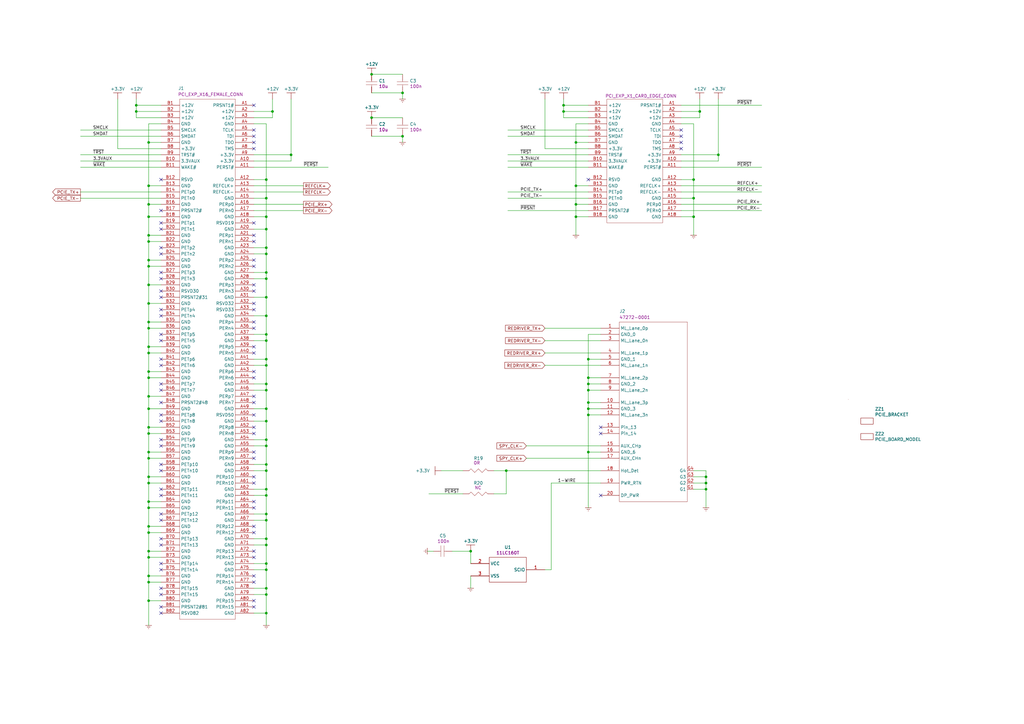
<source format=kicad_sch>
(kicad_sch (version 20200714) (host eeschema "5.99.0-unknown-9a801d8~102~ubuntu18.04.1")
  (page 3 5)
  (paper "A3")
  (title_block (title "EDSCH0003-V1") (date "07/10/2019") (rev "A") (company "ELLSAH DESIGN"))
  (lib_symbols
    (symbol "CONNECTEUR:DISPLAY_PORT" (pin_names (offset 0.508))
      (property "Reference" "J" (at 0 2.286 0))
      (property "Field4" "47272-0001" (at 0.508 -74.93 0))
      (symbol "DISPLAY_PORT_0_0"
        (pin passive line (at -7.62 -55.88 0) (length 7.62) (name "AUX_CHn") (number "17"))
        (pin passive line (at -7.62 -50.8 0) (length 7.62) (name "AUX_CHp") (number "15"))
        (pin passive line (at -7.62 -71.12 0) (length 7.62) (name "DP_PWR") (number "20"))
        (pin passive line (at 30.48 -68.58 180) (length 2.54) (name "G1") (number "G1"))
        (pin passive line (at 30.48 -66.04 180) (length 2.54) (name "G2") (number "G2"))
        (pin passive line (at 30.48 -63.5 180) (length 2.54) (name "G3") (number "G3"))
        (pin passive line (at 30.48 -60.96 180) (length 2.54) (name "G4") (number "G4"))
        (pin passive line (at -7.62 -5.08 0) (length 7.62) (name "GND_0") (number "2"))
        (pin passive line (at -7.62 -15.24 0) (length 7.62) (name "GND_1") (number "5"))
        (pin passive line (at -7.62 -25.4 0) (length 7.62) (name "GND_2") (number "8"))
        (pin passive line (at -7.62 -35.56 0) (length 7.62) (name "GND_3") (number "11"))
        (pin passive line (at -7.62 -53.34 0) (length 7.62) (name "GND_6") (number "16"))
        (pin passive line (at -7.62 -60.96 0) (length 7.62) (name "Hot_Det") (number "18"))
        (pin passive line (at -7.62 -7.62 0) (length 7.62) (name "ML_Lane_0n") (number "3"))
        (pin passive line (at -7.62 -2.54 0) (length 7.62) (name "ML_Lane_0p") (number "1"))
        (pin passive line (at -7.62 -17.78 0) (length 7.62) (name "ML_Lane_1n") (number "6"))
        (pin passive line (at -7.62 -12.7 0) (length 7.62) (name "ML_Lane_1p") (number "4"))
        (pin passive line (at -7.62 -27.94 0) (length 7.62) (name "ML_Lane_2n") (number "9"))
        (pin passive line (at -7.62 -22.86 0) (length 7.62) (name "ML_Lane_2p") (number "7"))
        (pin passive line (at -7.62 -38.1 0) (length 7.62) (name "ML_Lane_3n") (number "12"))
        (pin passive line (at -7.62 -33.02 0) (length 7.62) (name "ML_Lane_3p") (number "10"))
        (pin passive line (at -7.62 -66.04 0) (length 7.62) (name "PWR_RTN") (number "19"))
        (pin passive line (at -7.62 -43.18 0) (length 7.62) (name "Pin_13") (number "13"))
        (pin passive line (at -7.62 -45.72 0) (length 7.62) (name "Pin_14") (number "14"))
      )
    )
    (symbol "C_0402:C100N_16V_0402" (pin_numbers hide) (pin_names (offset 0.508) hide)
      (property "Reference" "C" (at 5.08 2.286 0))
      (property "Field4" "100n" (at 5.08 -0.254 0))
      (symbol "C100N_16V_0402_0_0"
        (pin passive line (at 2.54 2.54 270) (length 2.54) (name "1") (number "1"))
        (pin passive line (at 2.54 -5.08 90) (length 2.54) (name "2") (number "2"))
      )
    )
    (symbol "C_1206:C10U_50V_1206" (pin_numbers hide) (pin_names (offset 0.508) hide)
      (property "Reference" "C" (at 2.54 2.286 0))
      (property "Field4" "10u" (at 2.54 -2.794 0))
      (symbol "C10U_50V_1206_0_0"
        (pin passive line (at 2.54 2.54 270) (length 2.54) (name "1") (number "1"))
        (pin passive line (at 2.54 -5.08 90) (length 2.54) (name "2") (number "2"))
      )
    )
    (symbol "EDSCH0003-V2-A-rescue:+12V-MISC_KiCAD" (power) (pin_numbers hide) (pin_names (offset 0) hide)
      (property "Value" "+12V-MISC_KiCAD" (at 0 3.556 0))
      (symbol "+12V-MISC_KiCAD_1_1"
        (pin power_in line (at 0 0 90) (length 0) hide (name "+12V") (number "1"))
      )
    )
    (symbol "EDSCH0003-V2-A-rescue:+3.3V-MISC_KiCAD" (power) (pin_numbers hide) (pin_names (offset 0) hide)
      (property "Value" "+3.3V-MISC_KiCAD" (at 0 3.556 0))
      (symbol "+3.3V-MISC_KiCAD_1_1"
        (pin power_in line (at 0 0 90) (length 0) hide (name "+3.3V") (number "1"))
      )
    )
    (symbol "EDSCH0003-V2-A-rescue:EEPROM_1WIRE_2Kx8_11LC160T-analyzer" (pin_names (offset 0.508))
      (property "Reference" "U" (at 0.762 6.858 0))
      (property "Value" "EEPROM_1WIRE_2Kx8_11LC160T-analyzer" (at 8.89 -9.525 0))
      (property "Field4" "11LC160T" (at 4.826 4.064 0))
      (symbol "EEPROM_1WIRE_2Kx8_11LC160T-analyzer_1_1"
        (pin bidirectional line (at 22.86 -2.54 180) (length 7.62) (name "SCIO") (number "1"))
        (pin power_in line (at -7.62 0 0) (length 7.62) (name "VCC") (number "2"))
        (pin power_in line (at -7.62 -5.08 0) (length 7.62) (name "VSS") (number "3"))
      )
    )
    (symbol "EDSCH0003-V2-A-rescue:GND-MISC_KiCAD" (power) (pin_numbers hide) (pin_names (offset 0) hide)
      (symbol "GND-MISC_KiCAD_1_1"
        (pin power_in line (at 0 0 270) (length 0) hide (name "GND") (number "1"))
      )
    )
    (symbol "EDSCH0003-V2-A-rescue:PCIEXP_X16_EDGE_MOUNT_CONN-analyzer" (pin_names (offset 0.508))
      (property "Reference" "J" (at 2.54 3.302 0))
      (property "Field4" "PCI_EXP_X16_FEMALE_CONN" (at -2.54 -216.154 0))
      (symbol "PCIEXP_X16_EDGE_MOUNT_CONN-analyzer_0_0"
        (pin passive line (at 30.48 -2.54 180) (length 7.62) (name "PRSNT1#") (number "A1"))
        (pin power_in line (at 30.48 -25.4 180) (length 7.62) (name "+3.3V") (number "A10"))
        (pin input line (at 30.48 -27.94 180) (length 7.62) (name "PERST#") (number "A11"))
        (pin power_in line (at 30.48 -33.02 180) (length 7.62) (name "GND") (number "A12"))
        (pin input line (at 30.48 -35.56 180) (length 7.62) (name "REFCLK+") (number "A13"))
        (pin input line (at 30.48 -38.1 180) (length 7.62) (name "REFCLK-") (number "A14"))
        (pin power_in line (at 30.48 -40.64 180) (length 7.62) (name "GND") (number "A15"))
        (pin output line (at 30.48 -43.18 180) (length 7.62) (name "PERp0") (number "A16"))
        (pin output line (at 30.48 -45.72 180) (length 7.62) (name "PERn0") (number "A17"))
        (pin power_in line (at 30.48 -48.26 180) (length 7.62) (name "GND") (number "A18"))
        (pin passive line (at 30.48 -50.8 180) (length 7.62) (name "RSVD19") (number "A19"))
        (pin power_in line (at 30.48 -5.08 180) (length 7.62) (name "+12V") (number "A2"))
        (pin power_in line (at 30.48 -53.34 180) (length 7.62) (name "GND") (number "A20"))
        (pin output line (at 30.48 -55.88 180) (length 7.62) (name "PERp1") (number "A21"))
        (pin output line (at 30.48 -58.42 180) (length 7.62) (name "PERn1") (number "A22"))
        (pin power_in line (at 30.48 -60.96 180) (length 7.62) (name "GND") (number "A23"))
        (pin power_in line (at 30.48 -63.5 180) (length 7.62) (name "GND") (number "A24"))
        (pin output line (at 30.48 -66.04 180) (length 7.62) (name "PERp2") (number "A25"))
        (pin output line (at 30.48 -68.58 180) (length 7.62) (name "PERn2") (number "A26"))
        (pin power_in line (at 30.48 -71.12 180) (length 7.62) (name "GND") (number "A27"))
        (pin power_in line (at 30.48 -73.66 180) (length 7.62) (name "GND") (number "A28"))
        (pin output line (at 30.48 -76.2 180) (length 7.62) (name "PERp3") (number "A29"))
        (pin power_in line (at 30.48 -7.62 180) (length 7.62) (name "+12V") (number "A3"))
        (pin output line (at 30.48 -78.74 180) (length 7.62) (name "PERn3") (number "A30"))
        (pin power_in line (at 30.48 -81.28 180) (length 7.62) (name "GND") (number "A31"))
        (pin passive line (at 30.48 -83.82 180) (length 7.62) (name "RSVD32") (number "A32"))
        (pin passive line (at 30.48 -86.36 180) (length 7.62) (name "RSVD33") (number "A33"))
        (pin power_in line (at 30.48 -88.9 180) (length 7.62) (name "GND") (number "A34"))
        (pin output line (at 30.48 -91.44 180) (length 7.62) (name "PERp4") (number "A35"))
        (pin output line (at 30.48 -93.98 180) (length 7.62) (name "PERn4") (number "A36"))
        (pin power_in line (at 30.48 -96.52 180) (length 7.62) (name "GND") (number "A37"))
        (pin power_in line (at 30.48 -99.06 180) (length 7.62) (name "GND") (number "A38"))
        (pin output line (at 30.48 -101.6 180) (length 7.62) (name "PERp5") (number "A39"))
        (pin power_in line (at 30.48 -10.16 180) (length 7.62) (name "GND") (number "A4"))
        (pin output line (at 30.48 -104.14 180) (length 7.62) (name "PERn5") (number "A40"))
        (pin power_in line (at 30.48 -106.68 180) (length 7.62) (name "GND") (number "A41"))
        (pin power_in line (at 30.48 -109.22 180) (length 7.62) (name "GND") (number "A42"))
        (pin output line (at 30.48 -111.76 180) (length 7.62) (name "PERp6") (number "A43"))
        (pin output line (at 30.48 -114.3 180) (length 7.62) (name "PERn6") (number "A44"))
        (pin power_in line (at 30.48 -116.84 180) (length 7.62) (name "GND") (number "A45"))
        (pin power_in line (at 30.48 -119.38 180) (length 7.62) (name "GND") (number "A46"))
        (pin output line (at 30.48 -121.92 180) (length 7.62) (name "PERp7") (number "A47"))
        (pin output line (at 30.48 -124.46 180) (length 7.62) (name "PERn7") (number "A48"))
        (pin power_in line (at 30.48 -127 180) (length 7.62) (name "GND") (number "A49"))
        (pin input line (at 30.48 -12.7 180) (length 7.62) (name "TCLK") (number "A5"))
        (pin passive line (at 30.48 -129.54 180) (length 7.62) (name "RSVD50") (number "A50"))
        (pin power_in line (at 30.48 -132.08 180) (length 7.62) (name "GND") (number "A51"))
        (pin output line (at 30.48 -134.62 180) (length 7.62) (name "PERp8") (number "A52"))
        (pin output line (at 30.48 -137.16 180) (length 7.62) (name "PERn8") (number "A53"))
        (pin power_in line (at 30.48 -139.7 180) (length 7.62) (name "GND") (number "A54"))
        (pin power_in line (at 30.48 -142.24 180) (length 7.62) (name "GND") (number "A55"))
        (pin output line (at 30.48 -144.78 180) (length 7.62) (name "PERp9") (number "A56"))
        (pin output line (at 30.48 -147.32 180) (length 7.62) (name "PERn9") (number "A57"))
        (pin power_in line (at 30.48 -149.86 180) (length 7.62) (name "GND") (number "A58"))
        (pin power_in line (at 30.48 -152.4 180) (length 7.62) (name "GND") (number "A59"))
        (pin input line (at 30.48 -15.24 180) (length 7.62) (name "TDI") (number "A6"))
        (pin output line (at 30.48 -154.94 180) (length 7.62) (name "PERp10") (number "A60"))
        (pin output line (at 30.48 -157.48 180) (length 7.62) (name "PERn10") (number "A61"))
        (pin power_in line (at 30.48 -160.02 180) (length 7.62) (name "GND") (number "A62"))
        (pin power_in line (at 30.48 -162.56 180) (length 7.62) (name "GND") (number "A63"))
        (pin output line (at 30.48 -165.1 180) (length 7.62) (name "PERp11") (number "A64"))
        (pin output line (at 30.48 -167.64 180) (length 7.62) (name "PERn11") (number "A65"))
        (pin power_in line (at 30.48 -170.18 180) (length 7.62) (name "GND") (number "A66"))
        (pin power_in line (at 30.48 -172.72 180) (length 7.62) (name "GND") (number "A67"))
        (pin output line (at 30.48 -175.26 180) (length 7.62) (name "PERp12") (number "A68"))
        (pin output line (at 30.48 -177.8 180) (length 7.62) (name "PERn12") (number "A69"))
        (pin output line (at 30.48 -17.78 180) (length 7.62) (name "TDO") (number "A7"))
        (pin power_in line (at 30.48 -180.34 180) (length 7.62) (name "GND") (number "A70"))
        (pin power_in line (at 30.48 -182.88 180) (length 7.62) (name "GND") (number "A71"))
        (pin output line (at 30.48 -185.42 180) (length 7.62) (name "PERp13") (number "A72"))
        (pin output line (at 30.48 -187.96 180) (length 7.62) (name "PERn13") (number "A73"))
        (pin power_in line (at 30.48 -190.5 180) (length 7.62) (name "GND") (number "A74"))
        (pin power_in line (at 30.48 -193.04 180) (length 7.62) (name "GND") (number "A75"))
        (pin output line (at 30.48 -195.58 180) (length 7.62) (name "PERp14") (number "A76"))
        (pin output line (at 30.48 -198.12 180) (length 7.62) (name "PERn14") (number "A77"))
        (pin power_in line (at 30.48 -200.66 180) (length 7.62) (name "GND") (number "A78"))
        (pin power_in line (at 30.48 -203.2 180) (length 7.62) (name "GND") (number "A79"))
        (pin input line (at 30.48 -20.32 180) (length 7.62) (name "TMS") (number "A8"))
        (pin output line (at 30.48 -205.74 180) (length 7.62) (name "PERp15") (number "A80"))
        (pin output line (at 30.48 -208.28 180) (length 7.62) (name "PERn15") (number "A81"))
        (pin power_in line (at 30.48 -210.82 180) (length 7.62) (name "GND") (number "A82"))
        (pin power_in line (at 30.48 -22.86 180) (length 7.62) (name "+3.3V") (number "A9"))
        (pin power_in line (at -7.62 -2.54 0) (length 7.62) (name "+12V") (number "B1"))
        (pin passive line (at -7.62 -25.4 0) (length 7.62) (name "3.3VAUX") (number "B10"))
        (pin passive line (at -7.62 -27.94 0) (length 7.62) (name "WAKE#") (number "B11"))
        (pin passive line (at -7.62 -33.02 0) (length 7.62) (name "RSVD") (number "B12"))
        (pin power_in line (at -7.62 -35.56 0) (length 7.62) (name "GND") (number "B13"))
        (pin input line (at -7.62 -38.1 0) (length 7.62) (name "PETp0") (number "B14"))
        (pin input line (at -7.62 -40.64 0) (length 7.62) (name "PETn0") (number "B15"))
        (pin power_in line (at -7.62 -43.18 0) (length 7.62) (name "GND") (number "B16"))
        (pin passive line (at -7.62 -45.72 0) (length 7.62) (name "PRSNT2#") (number "B17"))
        (pin power_in line (at -7.62 -48.26 0) (length 7.62) (name "GND") (number "B18"))
        (pin input line (at -7.62 -50.8 0) (length 7.62) (name "PETp1") (number "B19"))
        (pin power_in line (at -7.62 -5.08 0) (length 7.62) (name "+12V") (number "B2"))
        (pin input line (at -7.62 -53.34 0) (length 7.62) (name "PETn1") (number "B20"))
        (pin power_in line (at -7.62 -55.88 0) (length 7.62) (name "GND") (number "B21"))
        (pin power_in line (at -7.62 -58.42 0) (length 7.62) (name "GND") (number "B22"))
        (pin input line (at -7.62 -60.96 0) (length 7.62) (name "PETp2") (number "B23"))
        (pin input line (at -7.62 -63.5 0) (length 7.62) (name "PETn2") (number "B24"))
        (pin power_in line (at -7.62 -66.04 0) (length 7.62) (name "GND") (number "B25"))
        (pin power_in line (at -7.62 -68.58 0) (length 7.62) (name "GND") (number "B26"))
        (pin input line (at -7.62 -71.12 0) (length 7.62) (name "PETp3") (number "B27"))
        (pin input line (at -7.62 -73.66 0) (length 7.62) (name "PETn3") (number "B28"))
        (pin power_in line (at -7.62 -76.2 0) (length 7.62) (name "GND") (number "B29"))
        (pin power_in line (at -7.62 -7.62 0) (length 7.62) (name "+12V") (number "B3"))
        (pin passive line (at -7.62 -78.74 0) (length 7.62) (name "RSVD30") (number "B30"))
        (pin passive line (at -7.62 -81.28 0) (length 7.62) (name "PRSNT2#31") (number "B31"))
        (pin power_in line (at -7.62 -83.82 0) (length 7.62) (name "GND") (number "B32"))
        (pin input line (at -7.62 -86.36 0) (length 7.62) (name "PETp4") (number "B33"))
        (pin input line (at -7.62 -88.9 0) (length 7.62) (name "PETn4") (number "B34"))
        (pin power_in line (at -7.62 -91.44 0) (length 7.62) (name "GND") (number "B35"))
        (pin power_in line (at -7.62 -93.98 0) (length 7.62) (name "GND") (number "B36"))
        (pin input line (at -7.62 -96.52 0) (length 7.62) (name "PETp5") (number "B37"))
        (pin input line (at -7.62 -99.06 0) (length 7.62) (name "PETn5") (number "B38"))
        (pin power_in line (at -7.62 -101.6 0) (length 7.62) (name "GND") (number "B39"))
        (pin power_in line (at -7.62 -10.16 0) (length 7.62) (name "GND") (number "B4"))
        (pin power_in line (at -7.62 -104.14 0) (length 7.62) (name "GND") (number "B40"))
        (pin input line (at -7.62 -106.68 0) (length 7.62) (name "PETp6") (number "B41"))
        (pin input line (at -7.62 -109.22 0) (length 7.62) (name "PETn6") (number "B42"))
        (pin power_in line (at -7.62 -111.76 0) (length 7.62) (name "GND") (number "B43"))
        (pin power_in line (at -7.62 -114.3 0) (length 7.62) (name "GND") (number "B44"))
        (pin input line (at -7.62 -116.84 0) (length 7.62) (name "PETp7") (number "B45"))
        (pin input line (at -7.62 -119.38 0) (length 7.62) (name "PETn7") (number "B46"))
        (pin power_in line (at -7.62 -121.92 0) (length 7.62) (name "GND") (number "B47"))
        (pin passive line (at -7.62 -124.46 0) (length 7.62) (name "PRSNT2#48") (number "B48"))
        (pin power_in line (at -7.62 -127 0) (length 7.62) (name "GND") (number "B49"))
        (pin passive line (at -7.62 -12.7 0) (length 7.62) (name "SMCLK") (number "B5"))
        (pin input line (at -7.62 -129.54 0) (length 7.62) (name "PETp8") (number "B50"))
        (pin input line (at -7.62 -132.08 0) (length 7.62) (name "PETn8") (number "B51"))
        (pin power_in line (at -7.62 -134.62 0) (length 7.62) (name "GND") (number "B52"))
        (pin power_in line (at -7.62 -137.16 0) (length 7.62) (name "GND") (number "B53"))
        (pin input line (at -7.62 -139.7 0) (length 7.62) (name "PETp9") (number "B54"))
        (pin input line (at -7.62 -142.24 0) (length 7.62) (name "PETn9") (number "B55"))
        (pin power_in line (at -7.62 -144.78 0) (length 7.62) (name "GND") (number "B56"))
        (pin power_in line (at -7.62 -147.32 0) (length 7.62) (name "GND") (number "B57"))
        (pin input line (at -7.62 -149.86 0) (length 7.62) (name "PETp10") (number "B58"))
        (pin input line (at -7.62 -152.4 0) (length 7.62) (name "PETn10") (number "B59"))
        (pin passive line (at -7.62 -15.24 0) (length 7.62) (name "SMDAT") (number "B6"))
        (pin power_in line (at -7.62 -154.94 0) (length 7.62) (name "GND") (number "B60"))
        (pin power_in line (at -7.62 -157.48 0) (length 7.62) (name "GND") (number "B61"))
        (pin input line (at -7.62 -160.02 0) (length 7.62) (name "PETp11") (number "B62"))
        (pin input line (at -7.62 -162.56 0) (length 7.62) (name "PETn11") (number "B63"))
        (pin power_in line (at -7.62 -165.1 0) (length 7.62) (name "GND") (number "B64"))
        (pin power_in line (at -7.62 -167.64 0) (length 7.62) (name "GND") (number "B65"))
        (pin input line (at -7.62 -170.18 0) (length 7.62) (name "PETp12") (number "B66"))
        (pin input line (at -7.62 -172.72 0) (length 7.62) (name "PETn12") (number "B67"))
        (pin power_in line (at -7.62 -175.26 0) (length 7.62) (name "GND") (number "B68"))
        (pin power_in line (at -7.62 -177.8 0) (length 7.62) (name "GND") (number "B69"))
        (pin power_in line (at -7.62 -17.78 0) (length 7.62) (name "GND") (number "B7"))
        (pin input line (at -7.62 -180.34 0) (length 7.62) (name "PETp13") (number "B70"))
        (pin input line (at -7.62 -182.88 0) (length 7.62) (name "PETn13") (number "B71"))
        (pin power_in line (at -7.62 -185.42 0) (length 7.62) (name "GND") (number "B72"))
        (pin power_in line (at -7.62 -187.96 0) (length 7.62) (name "GND") (number "B73"))
        (pin input line (at -7.62 -190.5 0) (length 7.62) (name "PETp14") (number "B74"))
        (pin input line (at -7.62 -193.04 0) (length 7.62) (name "PETn14") (number "B75"))
        (pin power_in line (at -7.62 -195.58 0) (length 7.62) (name "GND") (number "B76"))
        (pin power_in line (at -7.62 -198.12 0) (length 7.62) (name "GND") (number "B77"))
        (pin input line (at -7.62 -200.66 0) (length 7.62) (name "PETp15") (number "B78"))
        (pin input line (at -7.62 -203.2 0) (length 7.62) (name "PETn15") (number "B79"))
        (pin power_in line (at -7.62 -20.32 0) (length 7.62) (name "+3.3V") (number "B8"))
        (pin power_in line (at -7.62 -205.74 0) (length 7.62) (name "GND") (number "B80"))
        (pin passive line (at -7.62 -208.28 0) (length 7.62) (name "PRSNT2#81") (number "B81"))
        (pin passive line (at -7.62 -210.82 0) (length 7.62) (name "RSVD82") (number "B82"))
        (pin input line (at -7.62 -22.86 0) (length 7.62) (name "TRST#") (number "B9"))
      )
    )
    (symbol "EDSCH0003-V2-A-rescue:PCIEXP_X1_CARD_EDGE-analyzer" (pin_names (offset 0.508))
      (property "Reference" "P" (at 2.54 3.302 0))
      (property "Field4" "PCI_EXP_X1_CARD_EDGE_CONN" (at -5.08 -51.054 0))
      (symbol "PCIEXP_X1_CARD_EDGE-analyzer_0_0"
        (pin passive line (at 30.48 -2.54 180) (length 7.62) (name "PRSNT1#") (number "A1"))
        (pin power_in line (at 30.48 -25.4 180) (length 7.62) (name "+3.3V") (number "A10"))
        (pin output line (at 30.48 -27.94 180) (length 7.62) (name "PERST#") (number "A11"))
        (pin power_in line (at 30.48 -33.02 180) (length 7.62) (name "GND") (number "A12"))
        (pin output line (at 30.48 -35.56 180) (length 7.62) (name "REFCLK+") (number "A13"))
        (pin output line (at 30.48 -38.1 180) (length 7.62) (name "REFCLK-") (number "A14"))
        (pin power_in line (at 30.48 -40.64 180) (length 7.62) (name "GND") (number "A15"))
        (pin input line (at 30.48 -43.18 180) (length 7.62) (name "PERp0") (number "A16"))
        (pin input line (at 30.48 -45.72 180) (length 7.62) (name "PERn0") (number "A17"))
        (pin power_in line (at 30.48 -48.26 180) (length 7.62) (name "GND") (number "A18"))
        (pin power_in line (at 30.48 -5.08 180) (length 7.62) (name "+12V") (number "A2"))
        (pin power_in line (at 30.48 -7.62 180) (length 7.62) (name "+12V") (number "A3"))
        (pin power_in line (at 30.48 -10.16 180) (length 7.62) (name "GND") (number "A4"))
        (pin output line (at 30.48 -12.7 180) (length 7.62) (name "TCLK") (number "A5"))
        (pin output line (at 30.48 -15.24 180) (length 7.62) (name "TDI") (number "A6"))
        (pin input line (at 30.48 -17.78 180) (length 7.62) (name "TDO") (number "A7"))
        (pin output line (at 30.48 -20.32 180) (length 7.62) (name "TMS") (number "A8"))
        (pin power_in line (at 30.48 -22.86 180) (length 7.62) (name "+3.3V") (number "A9"))
        (pin power_in line (at -7.62 -2.54 0) (length 7.62) (name "+12V") (number "B1"))
        (pin passive line (at -7.62 -25.4 0) (length 7.62) (name "3.3VAUX") (number "B10"))
        (pin passive line (at -7.62 -27.94 0) (length 7.62) (name "WAKE#") (number "B11"))
        (pin passive line (at -7.62 -33.02 0) (length 7.62) (name "RSVD") (number "B12"))
        (pin power_in line (at -7.62 -35.56 0) (length 7.62) (name "GND") (number "B13"))
        (pin output line (at -7.62 -38.1 0) (length 7.62) (name "PETp0") (number "B14"))
        (pin output line (at -7.62 -40.64 0) (length 7.62) (name "PETn0") (number "B15"))
        (pin power_in line (at -7.62 -43.18 0) (length 7.62) (name "GND") (number "B16"))
        (pin passive line (at -7.62 -45.72 0) (length 7.62) (name "PRSNT2#") (number "B17"))
        (pin power_in line (at -7.62 -48.26 0) (length 7.62) (name "GND") (number "B18"))
        (pin power_in line (at -7.62 -5.08 0) (length 7.62) (name "+12V") (number "B2"))
        (pin power_in line (at -7.62 -7.62 0) (length 7.62) (name "+12V") (number "B3"))
        (pin power_in line (at -7.62 -10.16 0) (length 7.62) (name "GND") (number "B4"))
        (pin passive line (at -7.62 -12.7 0) (length 7.62) (name "SMCLK") (number "B5"))
        (pin passive line (at -7.62 -15.24 0) (length 7.62) (name "SMDAT") (number "B6"))
        (pin power_in line (at -7.62 -17.78 0) (length 7.62) (name "GND") (number "B7"))
        (pin power_in line (at -7.62 -20.32 0) (length 7.62) (name "+3.3V") (number "B8"))
        (pin output line (at -7.62 -22.86 0) (length 7.62) (name "TRST#") (number "B9"))
      )
    )
    (symbol "EDSCH0003-V2-A-rescue:PCIE_BOARD_MODEL-analyzer" (pin_names (offset 0))
      (property "Reference" "ZZ" (at 0 0 0))
      (property "Value" "PCIE_BOARD_MODEL-analyzer" (at 0 -2.54 0))
    )
    (symbol "EDSCH0003-V2-A-rescue:PCIE_BRACKET-analyzer" (pin_names (offset 0))
      (property "Reference" "ZZ" (at 0 0 0))
      (property "Value" "PCIE_BRACKET-analyzer" (at 0 -2.54 0))
    )
    (symbol "EDSCH0003-V2-A-rescue:R0R_5%_0402-analyzer" (pin_numbers hide) (pin_names (offset 0.508) hide)
      (property "Reference" "R" (at 5.08 -0.254 0))
      (property "Field4" "0R" (at 5.08 -2.794 0))
      (symbol "R0R_5%_0402-analyzer_0_0"
        (pin passive line (at 2.54 2.54 270) (length 2.54) (name "1") (number "1"))
        (pin passive line (at 2.54 -10.16 90) (length 2.54) (name "2") (number "2"))
      )
    )
    (symbol "EDSCH0003-V2-A-rescue:R_NC_0402-analyzer" (pin_numbers hide) (pin_names (offset 0.508) hide)
      (property "Reference" "R" (at 5.08 -0.254 0))
      (property "Field4" "NC" (at 5.08 -2.794 0))
      (symbol "R_NC_0402-analyzer_0_0"
        (pin passive line (at 2.54 2.54 270) (length 2.54) (name "1") (number "1"))
        (pin passive line (at 2.54 -10.16 90) (length 2.54) (name "2") (number "2"))
      )
    )
  )
  (junction (at 55.88 43.18))
  (junction (at 55.88 45.72))
  (junction (at 60.96 58.42))
  (junction (at 60.96 76.2))
  (junction (at 60.96 83.82))
  (junction (at 60.96 88.9))
  (junction (at 60.96 96.52))
  (junction (at 60.96 99.06))
  (junction (at 60.96 106.68))
  (junction (at 60.96 109.22))
  (junction (at 60.96 116.84))
  (junction (at 60.96 124.46))
  (junction (at 60.96 132.08))
  (junction (at 60.96 134.62))
  (junction (at 60.96 142.24))
  (junction (at 60.96 144.78))
  (junction (at 60.96 152.4))
  (junction (at 60.96 154.94))
  (junction (at 60.96 162.56))
  (junction (at 60.96 167.64))
  (junction (at 60.96 175.26))
  (junction (at 60.96 177.8))
  (junction (at 60.96 185.42))
  (junction (at 60.96 187.96))
  (junction (at 60.96 195.58))
  (junction (at 60.96 198.12))
  (junction (at 60.96 205.74))
  (junction (at 60.96 208.28))
  (junction (at 60.96 215.9))
  (junction (at 60.96 218.44))
  (junction (at 60.96 226.06))
  (junction (at 60.96 228.6))
  (junction (at 60.96 236.22))
  (junction (at 60.96 238.76))
  (junction (at 60.96 246.38))
  (junction (at 109.22 73.66))
  (junction (at 109.22 81.28))
  (junction (at 109.22 88.9))
  (junction (at 109.22 93.98))
  (junction (at 109.22 101.6))
  (junction (at 109.22 104.14))
  (junction (at 109.22 111.76))
  (junction (at 109.22 114.3))
  (junction (at 109.22 121.92))
  (junction (at 109.22 129.54))
  (junction (at 109.22 137.16))
  (junction (at 109.22 139.7))
  (junction (at 109.22 147.32))
  (junction (at 109.22 149.86))
  (junction (at 109.22 157.48))
  (junction (at 109.22 160.02))
  (junction (at 109.22 167.64))
  (junction (at 109.22 172.72))
  (junction (at 109.22 180.34))
  (junction (at 109.22 182.88))
  (junction (at 109.22 190.5))
  (junction (at 109.22 193.04))
  (junction (at 109.22 200.66))
  (junction (at 109.22 203.2))
  (junction (at 109.22 210.82))
  (junction (at 109.22 213.36))
  (junction (at 109.22 220.98))
  (junction (at 109.22 223.52))
  (junction (at 109.22 231.14))
  (junction (at 109.22 233.68))
  (junction (at 109.22 241.3))
  (junction (at 109.22 243.84))
  (junction (at 109.22 251.46))
  (junction (at 111.76 45.72))
  (junction (at 119.38 63.5))
  (junction (at 152.4 30.48))
  (junction (at 152.4 48.26))
  (junction (at 165.1 38.1))
  (junction (at 165.1 55.88))
  (junction (at 193.04 226.06))
  (junction (at 207.645 193.04))
  (junction (at 231.14 43.18))
  (junction (at 231.14 45.72))
  (junction (at 236.22 58.42))
  (junction (at 236.22 76.2))
  (junction (at 236.22 83.82))
  (junction (at 236.22 88.9))
  (junction (at 241.3 147.32))
  (junction (at 241.3 154.94))
  (junction (at 241.3 157.48))
  (junction (at 241.3 160.02))
  (junction (at 241.3 165.1))
  (junction (at 241.3 167.64))
  (junction (at 241.3 170.18))
  (junction (at 241.3 185.42))
  (junction (at 284.48 73.66))
  (junction (at 284.48 81.28))
  (junction (at 284.48 88.9))
  (junction (at 287.02 45.72))
  (junction (at 289.56 195.58))
  (junction (at 289.56 198.12))
  (junction (at 289.56 200.66))
  (junction (at 294.64 63.5))
  (no_connect (at 246.38 203.2))
  (no_connect (at 66.04 251.46))
  (no_connect (at 104.14 154.94))
  (no_connect (at 104.14 99.06))
  (no_connect (at 104.14 218.44))
  (no_connect (at 104.14 55.88))
  (no_connect (at 66.04 157.48))
  (no_connect (at 104.14 43.18))
  (no_connect (at 104.14 91.44))
  (no_connect (at 104.14 106.68))
  (no_connect (at 66.04 233.68))
  (no_connect (at 104.14 142.24))
  (no_connect (at 104.14 109.22))
  (no_connect (at 104.14 198.12))
  (no_connect (at 66.04 127))
  (no_connect (at 104.14 187.96))
  (no_connect (at 66.04 121.92))
  (no_connect (at 104.14 248.92))
  (no_connect (at 66.04 104.14))
  (no_connect (at 104.14 228.6))
  (no_connect (at 279.4 58.42))
  (no_connect (at 104.14 127))
  (no_connect (at 66.04 182.88))
  (no_connect (at 104.14 236.22))
  (no_connect (at 241.3 73.66))
  (no_connect (at 246.38 175.26))
  (no_connect (at 104.14 208.28))
  (no_connect (at 104.14 226.06))
  (no_connect (at 104.14 124.46))
  (no_connect (at 66.04 241.3))
  (no_connect (at 66.04 160.02))
  (no_connect (at 66.04 223.52))
  (no_connect (at 66.04 86.36))
  (no_connect (at 66.04 190.5))
  (no_connect (at 66.04 114.3))
  (no_connect (at 66.04 203.2))
  (no_connect (at 66.04 231.14))
  (no_connect (at 104.14 116.84))
  (no_connect (at 279.4 55.88))
  (no_connect (at 104.14 215.9))
  (no_connect (at 66.04 93.98))
  (no_connect (at 104.14 175.26))
  (no_connect (at 104.14 144.78))
  (no_connect (at 104.14 185.42))
  (no_connect (at 66.04 119.38))
  (no_connect (at 104.14 60.96))
  (no_connect (at 66.04 220.98))
  (no_connect (at 66.04 137.16))
  (no_connect (at 66.04 101.6))
  (no_connect (at 66.04 243.84))
  (no_connect (at 66.04 73.66))
  (no_connect (at 279.4 60.96))
  (no_connect (at 104.14 238.76))
  (no_connect (at 66.04 170.18))
  (no_connect (at 66.04 248.92))
  (no_connect (at 66.04 91.44))
  (no_connect (at 66.04 210.82))
  (no_connect (at 104.14 165.1))
  (no_connect (at 104.14 132.08))
  (no_connect (at 66.04 129.54))
  (no_connect (at 104.14 205.74))
  (no_connect (at 104.14 246.38))
  (no_connect (at 66.04 200.66))
  (no_connect (at 246.38 177.8))
  (no_connect (at 104.14 134.62))
  (no_connect (at 66.04 165.1))
  (no_connect (at 104.14 195.58))
  (no_connect (at 66.04 180.34))
  (no_connect (at 104.14 119.38))
  (no_connect (at 104.14 96.52))
  (no_connect (at 104.14 177.8))
  (no_connect (at 66.04 213.36))
  (no_connect (at 104.14 53.34))
  (no_connect (at 66.04 193.04))
  (no_connect (at 104.14 58.42))
  (no_connect (at 66.04 149.86))
  (no_connect (at 66.04 172.72))
  (no_connect (at 279.4 53.34))
  (no_connect (at 66.04 147.32))
  (no_connect (at 104.14 152.4))
  (no_connect (at 104.14 162.56))
  (no_connect (at 66.04 139.7))
  (no_connect (at 104.14 170.18))
  (no_connect (at 66.04 111.76))
  (wire (pts (xy 48.26 40.64) (xy 48.26 60.96)))
  (wire (pts (xy 55.88 43.18) (xy 55.88 40.64)))
  (wire (pts (xy 55.88 45.72) (xy 55.88 43.18)))
  (wire (pts (xy 55.88 48.26) (xy 55.88 45.72)))
  (wire (pts (xy 60.96 50.8) (xy 60.96 58.42)))
  (wire (pts (xy 60.96 58.42) (xy 60.96 76.2)))
  (wire (pts (xy 60.96 58.42) (xy 66.04 58.42)))
  (wire (pts (xy 60.96 76.2) (xy 60.96 83.82)))
  (wire (pts (xy 60.96 83.82) (xy 60.96 88.9)))
  (wire (pts (xy 60.96 88.9) (xy 60.96 96.52)))
  (wire (pts (xy 60.96 96.52) (xy 60.96 99.06)))
  (wire (pts (xy 60.96 99.06) (xy 60.96 106.68)))
  (wire (pts (xy 60.96 106.68) (xy 60.96 109.22)))
  (wire (pts (xy 60.96 109.22) (xy 60.96 116.84)))
  (wire (pts (xy 60.96 116.84) (xy 60.96 124.46)))
  (wire (pts (xy 60.96 124.46) (xy 60.96 132.08)))
  (wire (pts (xy 60.96 132.08) (xy 60.96 134.62)))
  (wire (pts (xy 60.96 134.62) (xy 60.96 142.24)))
  (wire (pts (xy 60.96 142.24) (xy 60.96 144.78)))
  (wire (pts (xy 60.96 144.78) (xy 60.96 152.4)))
  (wire (pts (xy 60.96 152.4) (xy 60.96 154.94)))
  (wire (pts (xy 60.96 154.94) (xy 60.96 162.56)))
  (wire (pts (xy 60.96 162.56) (xy 60.96 167.64)))
  (wire (pts (xy 60.96 167.64) (xy 60.96 175.26)))
  (wire (pts (xy 60.96 175.26) (xy 60.96 177.8)))
  (wire (pts (xy 60.96 177.8) (xy 60.96 185.42)))
  (wire (pts (xy 60.96 185.42) (xy 60.96 187.96)))
  (wire (pts (xy 60.96 187.96) (xy 60.96 195.58)))
  (wire (pts (xy 60.96 195.58) (xy 60.96 198.12)))
  (wire (pts (xy 60.96 198.12) (xy 60.96 205.74)))
  (wire (pts (xy 60.96 205.74) (xy 60.96 208.28)))
  (wire (pts (xy 60.96 208.28) (xy 60.96 215.9)))
  (wire (pts (xy 60.96 215.9) (xy 60.96 218.44)))
  (wire (pts (xy 60.96 218.44) (xy 60.96 226.06)))
  (wire (pts (xy 60.96 226.06) (xy 60.96 228.6)))
  (wire (pts (xy 60.96 228.6) (xy 60.96 236.22)))
  (wire (pts (xy 60.96 236.22) (xy 60.96 238.76)))
  (wire (pts (xy 60.96 238.76) (xy 60.96 246.38)))
  (wire (pts (xy 60.96 246.38) (xy 60.96 256.54)))
  (wire (pts (xy 66.04 43.18) (xy 55.88 43.18)))
  (wire (pts (xy 66.04 45.72) (xy 55.88 45.72)))
  (wire (pts (xy 66.04 48.26) (xy 55.88 48.26)))
  (wire (pts (xy 66.04 50.8) (xy 60.96 50.8)))
  (wire (pts (xy 66.04 53.34) (xy 33.02 53.34)))
  (wire (pts (xy 66.04 55.88) (xy 33.02 55.88)))
  (wire (pts (xy 66.04 60.96) (xy 48.26 60.96)))
  (wire (pts (xy 66.04 63.5) (xy 33.02 63.5)))
  (wire (pts (xy 66.04 66.04) (xy 33.02 66.04)))
  (wire (pts (xy 66.04 68.58) (xy 33.02 68.58)))
  (wire (pts (xy 66.04 76.2) (xy 60.96 76.2)))
  (wire (pts (xy 66.04 78.74) (xy 33.02 78.74)))
  (wire (pts (xy 66.04 81.28) (xy 33.02 81.28)))
  (wire (pts (xy 66.04 83.82) (xy 60.96 83.82)))
  (wire (pts (xy 66.04 88.9) (xy 60.96 88.9)))
  (wire (pts (xy 66.04 96.52) (xy 60.96 96.52)))
  (wire (pts (xy 66.04 99.06) (xy 60.96 99.06)))
  (wire (pts (xy 66.04 106.68) (xy 60.96 106.68)))
  (wire (pts (xy 66.04 109.22) (xy 60.96 109.22)))
  (wire (pts (xy 66.04 116.84) (xy 60.96 116.84)))
  (wire (pts (xy 66.04 124.46) (xy 60.96 124.46)))
  (wire (pts (xy 66.04 132.08) (xy 60.96 132.08)))
  (wire (pts (xy 66.04 134.62) (xy 60.96 134.62)))
  (wire (pts (xy 66.04 142.24) (xy 60.96 142.24)))
  (wire (pts (xy 66.04 144.78) (xy 60.96 144.78)))
  (wire (pts (xy 66.04 152.4) (xy 60.96 152.4)))
  (wire (pts (xy 66.04 154.94) (xy 60.96 154.94)))
  (wire (pts (xy 66.04 162.56) (xy 60.96 162.56)))
  (wire (pts (xy 66.04 167.64) (xy 60.96 167.64)))
  (wire (pts (xy 66.04 175.26) (xy 60.96 175.26)))
  (wire (pts (xy 66.04 177.8) (xy 60.96 177.8)))
  (wire (pts (xy 66.04 185.42) (xy 60.96 185.42)))
  (wire (pts (xy 66.04 187.96) (xy 60.96 187.96)))
  (wire (pts (xy 66.04 195.58) (xy 60.96 195.58)))
  (wire (pts (xy 66.04 198.12) (xy 60.96 198.12)))
  (wire (pts (xy 66.04 205.74) (xy 60.96 205.74)))
  (wire (pts (xy 66.04 208.28) (xy 60.96 208.28)))
  (wire (pts (xy 66.04 215.9) (xy 60.96 215.9)))
  (wire (pts (xy 66.04 218.44) (xy 60.96 218.44)))
  (wire (pts (xy 66.04 226.06) (xy 60.96 226.06)))
  (wire (pts (xy 66.04 228.6) (xy 60.96 228.6)))
  (wire (pts (xy 66.04 236.22) (xy 60.96 236.22)))
  (wire (pts (xy 66.04 238.76) (xy 60.96 238.76)))
  (wire (pts (xy 66.04 246.38) (xy 60.96 246.38)))
  (wire (pts (xy 104.14 45.72) (xy 111.76 45.72)))
  (wire (pts (xy 104.14 48.26) (xy 111.76 48.26)))
  (wire (pts (xy 104.14 50.8) (xy 109.22 50.8)))
  (wire (pts (xy 104.14 63.5) (xy 119.38 63.5)))
  (wire (pts (xy 104.14 66.04) (xy 119.38 66.04)))
  (wire (pts (xy 104.14 68.58) (xy 134.62 68.58)))
  (wire (pts (xy 104.14 73.66) (xy 109.22 73.66)))
  (wire (pts (xy 104.14 78.74) (xy 124.46 78.74)))
  (wire (pts (xy 104.14 81.28) (xy 109.22 81.28)))
  (wire (pts (xy 104.14 86.36) (xy 124.46 86.36)))
  (wire (pts (xy 104.14 88.9) (xy 109.22 88.9)))
  (wire (pts (xy 104.14 93.98) (xy 109.22 93.98)))
  (wire (pts (xy 104.14 101.6) (xy 109.22 101.6)))
  (wire (pts (xy 104.14 104.14) (xy 109.22 104.14)))
  (wire (pts (xy 104.14 111.76) (xy 109.22 111.76)))
  (wire (pts (xy 104.14 114.3) (xy 109.22 114.3)))
  (wire (pts (xy 104.14 121.92) (xy 109.22 121.92)))
  (wire (pts (xy 104.14 129.54) (xy 109.22 129.54)))
  (wire (pts (xy 104.14 137.16) (xy 109.22 137.16)))
  (wire (pts (xy 104.14 139.7) (xy 109.22 139.7)))
  (wire (pts (xy 104.14 147.32) (xy 109.22 147.32)))
  (wire (pts (xy 104.14 149.86) (xy 109.22 149.86)))
  (wire (pts (xy 104.14 157.48) (xy 109.22 157.48)))
  (wire (pts (xy 104.14 160.02) (xy 109.22 160.02)))
  (wire (pts (xy 104.14 167.64) (xy 109.22 167.64)))
  (wire (pts (xy 104.14 172.72) (xy 109.22 172.72)))
  (wire (pts (xy 104.14 180.34) (xy 109.22 180.34)))
  (wire (pts (xy 104.14 182.88) (xy 109.22 182.88)))
  (wire (pts (xy 104.14 190.5) (xy 109.22 190.5)))
  (wire (pts (xy 104.14 193.04) (xy 109.22 193.04)))
  (wire (pts (xy 104.14 200.66) (xy 109.22 200.66)))
  (wire (pts (xy 104.14 203.2) (xy 109.22 203.2)))
  (wire (pts (xy 104.14 210.82) (xy 109.22 210.82)))
  (wire (pts (xy 104.14 213.36) (xy 109.22 213.36)))
  (wire (pts (xy 104.14 220.98) (xy 109.22 220.98)))
  (wire (pts (xy 104.14 223.52) (xy 109.22 223.52)))
  (wire (pts (xy 104.14 231.14) (xy 109.22 231.14)))
  (wire (pts (xy 104.14 233.68) (xy 109.22 233.68)))
  (wire (pts (xy 104.14 241.3) (xy 109.22 241.3)))
  (wire (pts (xy 104.14 243.84) (xy 109.22 243.84)))
  (wire (pts (xy 104.14 251.46) (xy 109.22 251.46)))
  (wire (pts (xy 109.22 50.8) (xy 109.22 73.66)))
  (wire (pts (xy 109.22 73.66) (xy 109.22 81.28)))
  (wire (pts (xy 109.22 81.28) (xy 109.22 88.9)))
  (wire (pts (xy 109.22 88.9) (xy 109.22 93.98)))
  (wire (pts (xy 109.22 93.98) (xy 109.22 101.6)))
  (wire (pts (xy 109.22 101.6) (xy 109.22 104.14)))
  (wire (pts (xy 109.22 104.14) (xy 109.22 111.76)))
  (wire (pts (xy 109.22 111.76) (xy 109.22 114.3)))
  (wire (pts (xy 109.22 114.3) (xy 109.22 121.92)))
  (wire (pts (xy 109.22 121.92) (xy 109.22 129.54)))
  (wire (pts (xy 109.22 129.54) (xy 109.22 137.16)))
  (wire (pts (xy 109.22 137.16) (xy 109.22 139.7)))
  (wire (pts (xy 109.22 139.7) (xy 109.22 147.32)))
  (wire (pts (xy 109.22 147.32) (xy 109.22 149.86)))
  (wire (pts (xy 109.22 149.86) (xy 109.22 157.48)))
  (wire (pts (xy 109.22 157.48) (xy 109.22 160.02)))
  (wire (pts (xy 109.22 160.02) (xy 109.22 167.64)))
  (wire (pts (xy 109.22 167.64) (xy 109.22 172.72)))
  (wire (pts (xy 109.22 172.72) (xy 109.22 180.34)))
  (wire (pts (xy 109.22 180.34) (xy 109.22 182.88)))
  (wire (pts (xy 109.22 182.88) (xy 109.22 190.5)))
  (wire (pts (xy 109.22 190.5) (xy 109.22 193.04)))
  (wire (pts (xy 109.22 193.04) (xy 109.22 200.66)))
  (wire (pts (xy 109.22 200.66) (xy 109.22 203.2)))
  (wire (pts (xy 109.22 203.2) (xy 109.22 210.82)))
  (wire (pts (xy 109.22 210.82) (xy 109.22 213.36)))
  (wire (pts (xy 109.22 213.36) (xy 109.22 220.98)))
  (wire (pts (xy 109.22 220.98) (xy 109.22 223.52)))
  (wire (pts (xy 109.22 223.52) (xy 109.22 231.14)))
  (wire (pts (xy 109.22 231.14) (xy 109.22 233.68)))
  (wire (pts (xy 109.22 233.68) (xy 109.22 241.3)))
  (wire (pts (xy 109.22 241.3) (xy 109.22 243.84)))
  (wire (pts (xy 109.22 243.84) (xy 109.22 251.46)))
  (wire (pts (xy 109.22 251.46) (xy 109.22 256.54)))
  (wire (pts (xy 111.76 45.72) (xy 111.76 40.64)))
  (wire (pts (xy 111.76 48.26) (xy 111.76 45.72)))
  (wire (pts (xy 119.38 63.5) (xy 119.38 40.64)))
  (wire (pts (xy 119.38 66.04) (xy 119.38 63.5)))
  (wire (pts (xy 124.46 76.2) (xy 104.14 76.2)))
  (wire (pts (xy 124.46 83.82) (xy 104.14 83.82)))
  (wire (pts (xy 152.4 30.48) (xy 165.1 30.48)))
  (wire (pts (xy 152.4 38.1) (xy 165.1 38.1)))
  (wire (pts (xy 152.4 48.26) (xy 165.1 48.26)))
  (wire (pts (xy 152.4 55.88) (xy 165.1 55.88)))
  (wire (pts (xy 165.1 38.1) (xy 165.1 40.64)))
  (wire (pts (xy 165.1 55.88) (xy 165.1 58.42)))
  (wire (pts (xy 177.8 226.06) (xy 175.26 226.06)))
  (wire (pts (xy 180.975 193.04) (xy 189.865 193.04)))
  (wire (pts (xy 189.865 202.565) (xy 175.895 202.565)))
  (wire (pts (xy 193.04 226.06) (xy 185.42 226.06)))
  (wire (pts (xy 193.04 231.14) (xy 193.04 226.06)))
  (wire (pts (xy 193.04 236.22) (xy 193.04 241.3)))
  (wire (pts (xy 202.565 193.04) (xy 207.645 193.04)))
  (wire (pts (xy 202.565 202.565) (xy 207.645 202.565)))
  (wire (pts (xy 207.645 193.04) (xy 207.645 202.565)))
  (wire (pts (xy 207.645 193.04) (xy 246.38 193.04)))
  (wire (pts (xy 208.28 78.74) (xy 241.3 78.74)))
  (wire (pts (xy 215.9 182.88) (xy 246.38 182.88)))
  (wire (pts (xy 215.9 187.96) (xy 246.38 187.96)))
  (wire (pts (xy 223.52 40.64) (xy 223.52 60.96)))
  (wire (pts (xy 223.52 233.68) (xy 226.06 233.68)))
  (wire (pts (xy 226.06 198.12) (xy 226.06 233.68)))
  (wire (pts (xy 231.14 43.18) (xy 231.14 40.64)))
  (wire (pts (xy 231.14 45.72) (xy 231.14 43.18)))
  (wire (pts (xy 231.14 48.26) (xy 231.14 45.72)))
  (wire (pts (xy 236.22 50.8) (xy 236.22 58.42)))
  (wire (pts (xy 236.22 58.42) (xy 236.22 76.2)))
  (wire (pts (xy 236.22 58.42) (xy 241.3 58.42)))
  (wire (pts (xy 236.22 76.2) (xy 236.22 83.82)))
  (wire (pts (xy 236.22 83.82) (xy 236.22 88.9)))
  (wire (pts (xy 236.22 88.9) (xy 236.22 96.52)))
  (wire (pts (xy 241.3 43.18) (xy 231.14 43.18)))
  (wire (pts (xy 241.3 45.72) (xy 231.14 45.72)))
  (wire (pts (xy 241.3 48.26) (xy 231.14 48.26)))
  (wire (pts (xy 241.3 50.8) (xy 236.22 50.8)))
  (wire (pts (xy 241.3 53.34) (xy 208.28 53.34)))
  (wire (pts (xy 241.3 55.88) (xy 208.28 55.88)))
  (wire (pts (xy 241.3 60.96) (xy 223.52 60.96)))
  (wire (pts (xy 241.3 63.5) (xy 208.28 63.5)))
  (wire (pts (xy 241.3 66.04) (xy 208.28 66.04)))
  (wire (pts (xy 241.3 68.58) (xy 208.28 68.58)))
  (wire (pts (xy 241.3 76.2) (xy 236.22 76.2)))
  (wire (pts (xy 241.3 81.28) (xy 208.28 81.28)))
  (wire (pts (xy 241.3 83.82) (xy 236.22 83.82)))
  (wire (pts (xy 241.3 86.36) (xy 208.28 86.36)))
  (wire (pts (xy 241.3 88.9) (xy 236.22 88.9)))
  (wire (pts (xy 241.3 137.16) (xy 241.3 147.32)))
  (wire (pts (xy 241.3 147.32) (xy 241.3 154.94)))
  (wire (pts (xy 241.3 154.94) (xy 241.3 157.48)))
  (wire (pts (xy 241.3 154.94) (xy 246.38 154.94)))
  (wire (pts (xy 241.3 157.48) (xy 241.3 160.02)))
  (wire (pts (xy 241.3 160.02) (xy 241.3 165.1)))
  (wire (pts (xy 241.3 160.02) (xy 246.38 160.02)))
  (wire (pts (xy 241.3 165.1) (xy 241.3 167.64)))
  (wire (pts (xy 241.3 165.1) (xy 246.38 165.1)))
  (wire (pts (xy 241.3 167.64) (xy 241.3 170.18)))
  (wire (pts (xy 241.3 170.18) (xy 241.3 185.42)))
  (wire (pts (xy 241.3 170.18) (xy 246.38 170.18)))
  (wire (pts (xy 241.3 185.42) (xy 241.3 208.28)))
  (wire (pts (xy 246.38 134.62) (xy 223.52 134.62)))
  (wire (pts (xy 246.38 137.16) (xy 241.3 137.16)))
  (wire (pts (xy 246.38 139.7) (xy 223.52 139.7)))
  (wire (pts (xy 246.38 144.78) (xy 223.52 144.78)))
  (wire (pts (xy 246.38 147.32) (xy 241.3 147.32)))
  (wire (pts (xy 246.38 149.86) (xy 223.52 149.86)))
  (wire (pts (xy 246.38 157.48) (xy 241.3 157.48)))
  (wire (pts (xy 246.38 167.64) (xy 241.3 167.64)))
  (wire (pts (xy 246.38 185.42) (xy 241.3 185.42)))
  (wire (pts (xy 246.38 198.12) (xy 226.06 198.12)))
  (wire (pts (xy 279.4 45.72) (xy 287.02 45.72)))
  (wire (pts (xy 279.4 48.26) (xy 287.02 48.26)))
  (wire (pts (xy 279.4 50.8) (xy 284.48 50.8)))
  (wire (pts (xy 279.4 63.5) (xy 294.64 63.5)))
  (wire (pts (xy 279.4 66.04) (xy 294.64 66.04)))
  (wire (pts (xy 279.4 68.58) (xy 312.42 68.58)))
  (wire (pts (xy 279.4 73.66) (xy 284.48 73.66)))
  (wire (pts (xy 279.4 76.2) (xy 312.42 76.2)))
  (wire (pts (xy 279.4 81.28) (xy 284.48 81.28)))
  (wire (pts (xy 279.4 83.82) (xy 312.42 83.82)))
  (wire (pts (xy 279.4 88.9) (xy 284.48 88.9)))
  (wire (pts (xy 284.48 50.8) (xy 284.48 73.66)))
  (wire (pts (xy 284.48 73.66) (xy 284.48 81.28)))
  (wire (pts (xy 284.48 81.28) (xy 284.48 88.9)))
  (wire (pts (xy 284.48 88.9) (xy 284.48 96.52)))
  (wire (pts (xy 284.48 193.04) (xy 289.56 193.04)))
  (wire (pts (xy 284.48 195.58) (xy 289.56 195.58)))
  (wire (pts (xy 284.48 198.12) (xy 289.56 198.12)))
  (wire (pts (xy 284.48 200.66) (xy 289.56 200.66)))
  (wire (pts (xy 287.02 45.72) (xy 287.02 40.64)))
  (wire (pts (xy 287.02 48.26) (xy 287.02 45.72)))
  (wire (pts (xy 289.56 193.04) (xy 289.56 195.58)))
  (wire (pts (xy 289.56 195.58) (xy 289.56 198.12)))
  (wire (pts (xy 289.56 198.12) (xy 289.56 200.66)))
  (wire (pts (xy 289.56 200.66) (xy 289.56 208.28)))
  (wire (pts (xy 294.64 63.5) (xy 294.64 40.64)))
  (wire (pts (xy 294.64 66.04) (xy 294.64 63.5)))
  (wire (pts (xy 312.42 43.18) (xy 279.4 43.18)))
  (wire (pts (xy 312.42 78.74) (xy 279.4 78.74)))
  (wire (pts (xy 312.42 86.36) (xy 279.4 86.36)))
  (label "SMCLK" (at 38.1 53.34 0))
  (label "SMDAT" (at 38.1 55.88 0))
  (label "~TRST" (at 38.1 63.5 0))
  (label "3.3VAUX" (at 38.1 66.04 0))
  (label "~WAKE" (at 38.1 68.58 0))
  (label "~PERST" (at 124.46 68.58 0))
  (label "~PERST" (at 182.245 202.565 0))
  (label "SMCLK" (at 213.36 53.34 0))
  (label "SMDAT" (at 213.36 55.88 0))
  (label "~TRST" (at 213.36 63.5 0))
  (label "3.3VAUX" (at 213.36 66.04 0))
  (label "~WAKE" (at 213.36 68.58 0))
  (label "PCIE_TX+" (at 213.36 78.74 0))
  (label "PCIE_TX-" (at 213.36 81.28 0))
  (label "~PRSNT" (at 213.36 86.36 0))
  (label "1-WIRE" (at 236.22 198.12 180))
  (label "~PRSNT" (at 302.26 43.18 0))
  (label "~PERST" (at 302.26 68.58 0))
  (label "REFCLK+" (at 302.26 76.2 0))
  (label "REFCLK-" (at 302.26 78.74 0))
  (label "PCIE_RX+" (at 302.26 83.82 0))
  (label "PCIE_RX-" (at 302.26 86.36 0))
  (global_label "PCIE_TX+" (shape output) (at 33.02 78.74 180))
  (global_label "PCIE_TX-" (shape output) (at 33.02 81.28 180))
  (global_label "REFCLK+" (shape output) (at 124.46 76.2 0))
  (global_label "REFCLK-" (shape output) (at 124.46 78.74 0))
  (global_label "PCIE_RX+" (shape output) (at 124.46 83.82 0))
  (global_label "PCIE_RX-" (shape output) (at 124.46 86.36 0))
  (global_label "SPY_CLK-" (shape input) (at 215.9 182.88 180))
  (global_label "SPY_CLK+" (shape input) (at 215.9 187.96 180))
  (global_label "REDRIVER_TX+" (shape input) (at 223.52 134.62 180))
  (global_label "REDRIVER_TX-" (shape input) (at 223.52 139.7 180))
  (global_label "REDRIVER_RX+" (shape input) (at 223.52 144.78 180))
  (global_label "REDRIVER_RX-" (shape input) (at 223.52 149.86 180))
  (symbol (lib_id "EDSCH0003-V2-A-rescue:GND-MISC_KiCAD") (at 60.96 256.54 0) (unit 1)
    (property "Reference" "#PWR03" (effects hide))
    (property "Value" "GND" (effects hide))
  )
  (symbol (lib_id "EDSCH0003-V2-A-rescue:GND-MISC_KiCAD") (at 109.22 256.54 0) (unit 1)
    (property "Reference" "#PWR04" (effects hide))
    (property "Value" "GND" (effects hide))
  )
  (symbol (lib_id "EDSCH0003-V2-A-rescue:GND-MISC_KiCAD") (at 165.1 40.64 0) (unit 1)
    (property "Reference" "#PWR09" (effects hide))
    (property "Value" "GND" (effects hide))
  )
  (symbol (lib_id "EDSCH0003-V2-A-rescue:GND-MISC_KiCAD") (at 165.1 58.42 0) (unit 1)
    (property "Reference" "#PWR010" (effects hide))
    (property "Value" "GND" (effects hide))
  )
  (symbol (lib_id "EDSCH0003-V2-A-rescue:GND-MISC_KiCAD") (at 175.26 226.06 270) (unit 1)
    (property "Reference" "#PWR011" (effects hide))
    (property "Value" "GND" (effects hide))
  )
  (symbol (lib_id "EDSCH0003-V2-A-rescue:GND-MISC_KiCAD") (at 193.04 241.3 0) (unit 1)
    (property "Reference" "#PWR013" (effects hide))
    (property "Value" "GND" (effects hide))
  )
  (symbol (lib_id "EDSCH0003-V2-A-rescue:GND-MISC_KiCAD") (at 236.22 96.52 0) (unit 1)
    (property "Reference" "#PWR017" (effects hide))
    (property "Value" "GND" (effects hide))
  )
  (symbol (lib_id "EDSCH0003-V2-A-rescue:GND-MISC_KiCAD") (at 241.3 208.28 0) (unit 1)
    (property "Reference" "#PWR018" (effects hide))
    (property "Value" "GND" (effects hide))
  )
  (symbol (lib_id "EDSCH0003-V2-A-rescue:GND-MISC_KiCAD") (at 284.48 96.52 0) (unit 1)
    (property "Reference" "#PWR019" (effects hide))
    (property "Value" "GND" (effects hide))
  )
  (symbol (lib_id "EDSCH0003-V2-A-rescue:GND-MISC_KiCAD") (at 289.56 208.28 0) (unit 1)
    (property "Reference" "#PWR021" (effects hide))
    (property "Value" "GND" (effects hide))
  )
  (symbol (lib_id "EDSCH0003-V2-A-rescue:+3.3V-MISC_KiCAD") (at 48.26 40.64 0) (unit 1)
    (property "Reference" "#PWR01" (effects hide))
    (property "Value" "+3.3V" (at 48.26 36.449 0))
  )
  (symbol (lib_id "EDSCH0003-V2-A-rescue:+12V-MISC_KiCAD") (at 55.88 40.64 0)
    (property "Reference" "#PWR02" (effects hide))
    (property "Value" "+12V" (at 55.88 36.449 0))
  )
  (symbol (lib_id "EDSCH0003-V2-A-rescue:+12V-MISC_KiCAD") (at 111.76 40.64 0)
    (property "Reference" "#PWR05" (effects hide))
    (property "Value" "+12V" (at 111.76 36.449 0))
  )
  (symbol (lib_id "EDSCH0003-V2-A-rescue:+3.3V-MISC_KiCAD") (at 119.38 40.64 0) (unit 1)
    (property "Reference" "#PWR06" (effects hide))
    (property "Value" "+3.3V" (at 119.38 36.449 0))
  )
  (symbol (lib_id "EDSCH0003-V2-A-rescue:+12V-MISC_KiCAD") (at 152.4 30.48 0)
    (property "Reference" "#PWR07" (effects hide))
    (property "Value" "+12V" (at 152.4 26.289 0))
  )
  (symbol (lib_id "EDSCH0003-V2-A-rescue:+3.3V-MISC_KiCAD") (at 152.4 48.26 0) (unit 1)
    (property "Reference" "#PWR08" (effects hide))
    (property "Value" "+3.3V" (at 152.4 44.069 0))
  )
  (symbol (lib_id "EDSCH0003-V2-A-rescue:+3.3V-MISC_KiCAD") (at 180.975 193.04 90) (unit 1)
    (property "Reference" "#PWR014" (effects hide))
    (property "Value" "+3.3V" (at 173.355 193.04 90))
  )
  (symbol (lib_id "EDSCH0003-V2-A-rescue:+3.3V-MISC_KiCAD") (at 193.04 226.06 0) (unit 1)
    (property "Reference" "#PWR012" (effects hide))
    (property "Value" "+3.3V" (at 193.04 221.869 0))
  )
  (symbol (lib_id "EDSCH0003-V2-A-rescue:+3.3V-MISC_KiCAD") (at 223.52 40.64 0) (unit 1)
    (property "Reference" "#PWR015" (effects hide))
    (property "Value" "+3.3V" (at 223.52 36.449 0))
  )
  (symbol (lib_id "EDSCH0003-V2-A-rescue:+12V-MISC_KiCAD") (at 231.14 40.64 0)
    (property "Reference" "#PWR016" (effects hide))
    (property "Value" "+12V" (at 231.14 36.449 0))
  )
  (symbol (lib_id "EDSCH0003-V2-A-rescue:+12V-MISC_KiCAD") (at 287.02 40.64 0)
    (property "Reference" "#PWR020" (effects hide))
    (property "Value" "+12V" (at 287.02 36.449 0))
  )
  (symbol (lib_id "EDSCH0003-V2-A-rescue:+3.3V-MISC_KiCAD") (at 294.64 40.64 0) (unit 1)
    (property "Reference" "#PWR022" (effects hide))
    (property "Value" "+3.3V" (at 294.64 36.449 0))
  )
  (symbol (lib_id "EDSCH0003-V2-A-rescue:PCIE_BOARD_MODEL-analyzer") (at 355.6 172.72 0) (unit 1)
    (property "Reference" "ZZ2" (at 358.8512 177.927 0) (effects (justify left)))
    (property "Value" "PCIE_BOARD_MODEL" (at 358.8512 180.213 0) (effects (justify left)))
    (property "Footprint" "ed_footprints:BUS_PCIexpress" (effects hide))
  )
  (symbol (lib_id "EDSCH0003-V2-A-rescue:R0R_5%_0402-analyzer") (at 192.405 195.58 90) (unit 1)
    (property "Reference" "R19" (at 196.215 187.96 90))
    (property "Value" "R0R_5%_0402" (effects hide))
    (property "Footprint" "ed_footprints:r_smt0402_ref" (effects hide))
    (property "Field4" "0R" (at 195.58 189.865 90))
  )
  (symbol (lib_id "EDSCH0003-V2-A-rescue:R_NC_0402-analyzer") (at 192.405 205.105 90) (unit 1)
    (property "Reference" "R20" (at 198.12 198.12 90) (effects (justify left)))
    (property "Value" "R_NC_0402" (effects hide))
    (property "Footprint" "ed_footprints:r_smt0402_ref" (effects hide))
    (property "Field4" "NC" (at 197.485 200.025 90) (effects (justify left)))
  )
  (symbol (lib_id "C_1206:C10U_50V_1206") (at 149.86 33.02 0) (unit 1)
    (property "Reference" "C1" (at 155.3718 33.147 0) (effects (justify left)))
    (property "Value" "C10U_50V_1206" (effects hide))
    (property "Footprint" "c_smt1206_ref" (effects hide))
    (property "Field4" "10u" (at 155.3718 35.433 0) (effects (justify left)))
    (property "a_CODE_ODY" "ODE0467" (effects hide))
  )
  (symbol (lib_id "C_1206:C10U_50V_1206") (at 149.86 50.8 0) (unit 1)
    (property "Reference" "C2" (at 155.3718 50.927 0) (effects (justify left)))
    (property "Value" "C10U_50V_1206" (effects hide))
    (property "Footprint" "c_smt1206_ref" (effects hide))
    (property "Field4" "10u" (at 155.3718 53.213 0) (effects (justify left)))
    (property "a_CODE_ODY" "ODE0467" (effects hide))
  )
  (symbol (lib_id "C_0402:C100N_16V_0402") (at 162.56 33.02 0) (unit 1)
    (property "Reference" "C3" (at 168.0718 33.147 0) (effects (justify left)))
    (property "Value" "C100N_16V_0402" (effects hide))
    (property "Footprint" "ed_footprints:r_smt0402_ref" (effects hide))
    (property "Field4" "100n" (at 168.0718 35.433 0) (effects (justify left)))
    (property "a_CODE_ODY" "ODE0008" (effects hide))
  )
  (symbol (lib_id "C_0402:C100N_16V_0402") (at 162.56 50.8 0) (unit 1)
    (property "Reference" "C4" (at 168.0718 50.927 0) (effects (justify left)))
    (property "Value" "C100N_16V_0402" (effects hide))
    (property "Footprint" "ed_footprints:r_smt0402_ref" (effects hide))
    (property "Field4" "100n" (at 168.0718 53.213 0) (effects (justify left)))
    (property "a_CODE_ODY" "ODE0008" (effects hide))
  )
  (symbol (lib_id "C_0402:C100N_16V_0402") (at 180.34 228.6 90) (unit 1)
    (property "Reference" "C5" (at 181.61 219.71 90))
    (property "Value" "C100N_16V_0402" (effects hide))
    (property "Footprint" "ed_footprints:r_smt0402_ref" (effects hide))
    (property "Field4" "100n" (at 181.864 221.996 90))
    (property "a_CODE_ODY" "ODE0008" (effects hide))
  )
  (symbol (lib_id "EDSCH0003-V2-A-rescue:PCIE_BRACKET-analyzer") (at 355.6 166.37 0) (unit 1)
    (property "Reference" "ZZ1" (at 358.8512 167.767 0) (effects (justify left)))
    (property "Value" "PCIE_BRACKET" (at 358.8512 170.053 0) (effects (justify left)))
    (property "Footprint" "ed_footprints:pcie_bracket" (effects hide))
  )
  (symbol (lib_id "EDSCH0003-V2-A-rescue:EEPROM_1WIRE_2Kx8_11LC160T-analyzer") (at 200.66 231.14 0) (unit 1)
    (property "Reference" "U1" (at 208.28 224.4344 0))
    (property "Value" "EEPROM_1WIRE_2Kx8_11LC160T" (effects hide))
    (property "Footprint" "Package_TO_SOT_SMD:SOT-23" (effects hide))
    (property "Field4" "11LC160T" (at 208.28 226.7458 0))
  )
  (symbol (lib_id "EDSCH0003-V2-A-rescue:PCIEXP_X1_CARD_EDGE-analyzer") (at 248.92 40.64 0) (unit 1)
    (property "Reference" "P1" (effects hide))
    (property "Value" "PCIEXP_X1_CARD_EDGE" (effects hide))
    (property "Footprint" "Connector_PCBEdge:BUS_PCIexpress_x1" (effects hide))
    (property "Field4" "PCI_EXP_X1_CARD_EDGE_CONN" (at 262.89 39.37 0))
  )
  (symbol (lib_id "CONNECTEUR:DISPLAY_PORT") (at 254 132.08 0) (unit 1)
    (property "Reference" "J2" (at 255.27 127.635 0))
    (property "Value" "DISPLAY_PORT" (effects hide))
    (property "Footprint" "ed_footprints:molex_display_port" (effects hide))
    (property "Field4" "47272-0001" (at 260.35 130.175 0))
    (property "a_APPR" "YES" (effects hide))
    (property "a_CODE_CMDE_1" "FR/ 1679718" (effects hide))
    (property "a_CODE_CMDE_2" "FR/ 1686453" (effects hide))
    (property "a_CODE_ODY" "ODE0352" (effects hide))
    (property "a_DESCRIPTION" "DISPLAY PORT STD" (effects hide))
    (property "a_FAB_1" "JAE" (effects hide))
    (property "a_FAB_2" "MULTICOMP" (effects hide))
    (property "a_REF_FAB_1" "DP1R020JQ1R400" (effects hide))
    (property "a_REF_FAB_2" "MC34467" (effects hide))
    (property "a_ROHS_1" "YES" (effects hide))
    (property "a_ROHS_2" "YES" (effects hide))
    (property "a_SVHC_1" "YES" (effects hide))
    (property "a_SVHC_2" "YES" (effects hide))
  )
  (symbol (lib_id "EDSCH0003-V2-A-rescue:PCIEXP_X16_EDGE_MOUNT_CONN-analyzer") (at 73.66 40.64 0) (unit 1)
    (property "Reference" "J1" (at 74.295 36.195 0))
    (property "Value" "PCIEXP_X16_EDGE_MOUNT_CONN" (effects hide))
    (property "Footprint" "ed_footprints:samtec_pcie_ems2" (effects hide))
    (property "Champ4" "PCI_EXP_X16_FEMALE_CONN" (at 86.36 38.735 0))
    (property "a_APPR" "YES" (effects hide))
    (property "a_AUTEUR" "FJ" (effects hide))
    (property "a_CODE_CMDE_1" "FR/ 2085393" (effects hide))
    (property "a_DATASHEET_PACKAGE" "EMS2" (effects hide))
    (property "a_DESCRIPTION" "PCIe EDGE MOUNT CONNECTOR" (effects hide))
    (property "a_FAB_1" "SAMTEC" (effects hide))
    (property "a_LABEL_TEXT_VERSION" "C" (effects hide))
    (property "a_REF_FAB_1" "PCIE-164-02-F-D-EMS2" (effects hide))
    (property "a_ROHS_1" "YES" (effects hide))
    (property "a_SVHC_1" "19-Dec-2011" (effects hide))
    (property "a_TEMP" "-55°C à +125°C" (effects hide))
    (property "Field4" "PCI_EXP_X16_FEMALE_CONN" (effects hide))
  )
)
</source>
